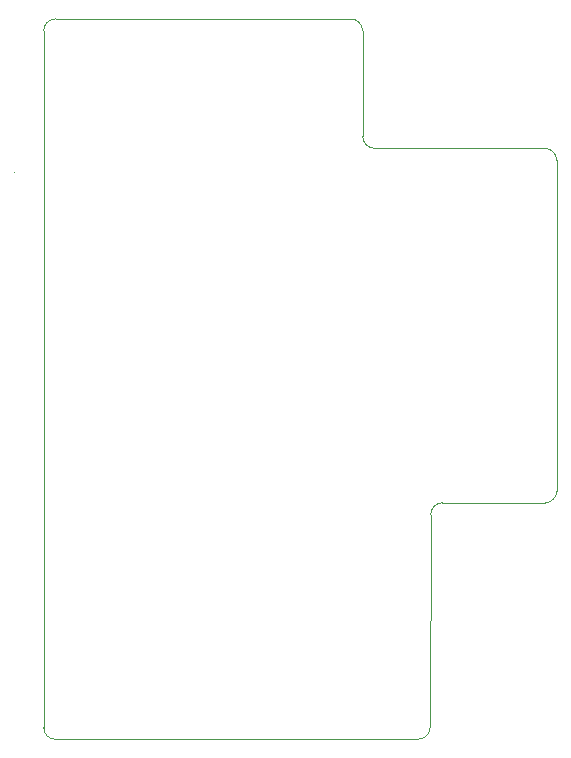
<source format=gbr>
%TF.GenerationSoftware,KiCad,Pcbnew,(6.0.6)*%
%TF.CreationDate,2023-03-26T16:02:17-07:00*%
%TF.ProjectId,SimplePCB-JST,53696d70-6c65-4504-9342-2d4a53542e6b,rev?*%
%TF.SameCoordinates,Original*%
%TF.FileFunction,Profile,NP*%
%FSLAX46Y46*%
G04 Gerber Fmt 4.6, Leading zero omitted, Abs format (unit mm)*
G04 Created by KiCad (PCBNEW (6.0.6)) date 2023-03-26 16:02:17*
%MOMM*%
%LPD*%
G01*
G04 APERTURE LIST*
%TA.AperFunction,Profile*%
%ADD10C,0.100000*%
%TD*%
G04 APERTURE END LIST*
D10*
X56700000Y-81500000D02*
G75*
G03*
X57700000Y-82500000I1000000J0D01*
G01*
X56700000Y-22500000D02*
X56700000Y-81500000D01*
X88412893Y-82482893D02*
X57700000Y-82500000D01*
X83707107Y-31452893D02*
G75*
G03*
X84707107Y-32452893I999993J-7D01*
G01*
X99120000Y-32457107D02*
X84707107Y-32452893D01*
X99140000Y-62470000D02*
G75*
G03*
X100140000Y-61470000I0J1000000D01*
G01*
X90460000Y-62470000D02*
G75*
G03*
X89460000Y-63470000I0J-1000000D01*
G01*
X89412893Y-81482893D02*
X89460000Y-63470000D01*
X57700000Y-21500000D02*
X82702893Y-21507107D01*
X99140000Y-62470000D02*
X90460000Y-62470000D01*
X57700000Y-21500000D02*
G75*
G03*
X56700000Y-22500000I0J-1000000D01*
G01*
X100119993Y-33457107D02*
G75*
G03*
X99120000Y-32457107I-999993J7D01*
G01*
X100140000Y-61470000D02*
X100120000Y-33457107D01*
X83702893Y-22507107D02*
G75*
G03*
X82702893Y-21507107I-999993J7D01*
G01*
X88412893Y-82482893D02*
G75*
G03*
X89412893Y-81482893I7J999993D01*
G01*
X54200000Y-34500000D02*
X54200000Y-34500000D01*
X83702893Y-22507107D02*
X83707107Y-31452893D01*
M02*

</source>
